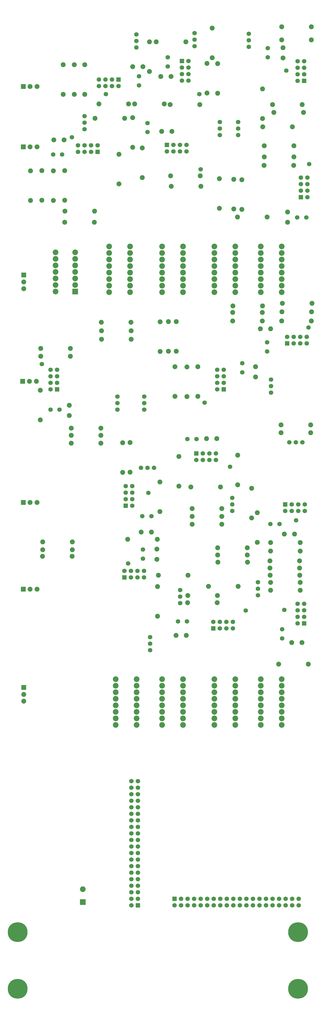
<source format=gts>
G04 ---------------------------- Layer name :TOP SOLDER LAYER*
G04 EasyEDA v5.8.16, Sun, 14 Oct 2018 04:50:05 GMT*
G04 5a396672bee444fbbd75647f7a64e84d*
G04 Gerber Generator version 0.2*
G04 Scale: 100 percent, Rotated: No, Reflected: No *
G04 Dimensions in millimeters *
G04 leading zeros omitted , absolute positions ,3 integer and 3 decimal *
%FSLAX33Y33*%
%MOMM*%
G90*
G71D02*

%ADD27C,1.903197*%
%ADD28R,1.903197X1.903197*%
%ADD29C,1.727200*%
%ADD30C,2.203196*%
%ADD31R,1.727200X1.727200*%
%ADD32R,2.203196X2.203196*%
%ADD33C,7.703185*%

%LPD*%
G54D27*
G01X12510Y159914D03*
G54D28*
G01X9839Y159914D03*
G54D27*
G01X15180Y159914D03*
G01X12256Y240686D03*
G54D28*
G01X9585Y240686D03*
G54D27*
G01X14926Y240686D03*
G01X12510Y355240D03*
G54D28*
G01X9839Y355240D03*
G54D27*
G01X15180Y355240D03*
G54D29*
G01X112014Y361442D03*
G01X78232Y352298D03*
G01X41910Y352298D03*
G01X120650Y261620D03*
G01X80264Y232410D03*
G01X17018Y247396D03*
G01X111252Y151892D03*
G01X96266Y151638D03*
G01X50546Y169926D03*
G54D30*
G01X110236Y124968D03*
G01X110236Y122428D03*
G01X110236Y119888D03*
G01X110236Y117348D03*
G01X110236Y114808D03*
G01X110236Y112268D03*
G01X110236Y109728D03*
G01X110236Y107188D03*
G01X102108Y107188D03*
G01X102108Y109728D03*
G01X102108Y112268D03*
G01X102108Y114808D03*
G01X102108Y117348D03*
G01X102108Y119888D03*
G01X102108Y122428D03*
G01X102108Y124968D03*
G01X71882Y124968D03*
G01X71882Y122428D03*
G01X71882Y119888D03*
G01X71882Y117348D03*
G01X71882Y114808D03*
G01X71882Y112268D03*
G01X71882Y109728D03*
G01X71882Y107188D03*
G01X63754Y107188D03*
G01X63754Y109728D03*
G01X63754Y112268D03*
G01X63754Y114808D03*
G01X63754Y117348D03*
G01X63754Y119888D03*
G01X63754Y122428D03*
G01X63754Y124968D03*
G01X71882Y293116D03*
G01X71882Y290576D03*
G01X71882Y288036D03*
G01X71882Y285496D03*
G01X71882Y282956D03*
G01X71882Y280416D03*
G01X71882Y277876D03*
G01X71882Y275336D03*
G01X63754Y275336D03*
G01X63754Y277876D03*
G01X63754Y280416D03*
G01X63754Y282956D03*
G01X63754Y285496D03*
G01X63754Y288036D03*
G01X63754Y290576D03*
G01X63754Y293116D03*
G01X110236Y293116D03*
G01X110236Y290576D03*
G01X110236Y288036D03*
G01X110236Y285496D03*
G01X110236Y282956D03*
G01X110236Y280416D03*
G01X110236Y277876D03*
G01X110236Y275336D03*
G01X102108Y275336D03*
G01X102108Y277876D03*
G01X102108Y280416D03*
G01X102108Y282956D03*
G01X102108Y285496D03*
G01X102108Y288036D03*
G01X102108Y290576D03*
G01X102108Y293116D03*
G54D29*
G01X91302Y147212D03*
G01X91302Y144672D03*
G01X88762Y147212D03*
G01X88762Y144672D03*
G01X86222Y147212D03*
G01X86222Y144672D03*
G01X83682Y147212D03*
G54D31*
G01X83682Y144670D03*
G54D29*
G01X56758Y167024D03*
G01X56758Y164484D03*
G01X54218Y167024D03*
G01X54218Y164484D03*
G01X51678Y167024D03*
G01X51678Y164484D03*
G01X49138Y167024D03*
G54D31*
G01X49138Y164482D03*
G54D29*
G01X120004Y257956D03*
G01X120004Y255416D03*
G01X117464Y257956D03*
G01X117464Y255416D03*
G01X114924Y257956D03*
G01X114924Y255416D03*
G01X112384Y257956D03*
G54D31*
G01X112384Y255414D03*
G54D29*
G01X39253Y355453D03*
G01X39253Y357993D03*
G01X41793Y355453D03*
G01X41793Y357993D03*
G01X44333Y355453D03*
G01X44333Y357993D03*
G01X46873Y355453D03*
G54D31*
G01X46873Y357992D03*
G54D29*
G01X116439Y365114D03*
G01X118979Y365114D03*
G01X116439Y362574D03*
G01X118979Y362574D03*
G01X116439Y360034D03*
G01X118979Y360034D03*
G01X116439Y357494D03*
G54D31*
G01X118981Y357494D03*
G54D29*
G01X74060Y357515D03*
G01X71520Y357515D03*
G01X74060Y360055D03*
G01X71520Y360055D03*
G01X74060Y362595D03*
G01X71520Y362595D03*
G01X74060Y365135D03*
G54D31*
G01X71521Y365135D03*
G54D27*
G01X110284Y378439D03*
G01X121784Y378439D03*
G01X61516Y372597D03*
G01X73016Y372597D03*
G01X29697Y363679D03*
G01X29697Y352179D03*
G01X110727Y370348D03*
G01X110744Y366348D03*
G54D29*
G01X104837Y370114D03*
G01X104837Y366613D03*
G54D27*
G01X63229Y359139D03*
G01X67229Y359156D03*
G54D29*
G01X65975Y366558D03*
G01X65975Y363057D03*
G54D27*
G01X52307Y362949D03*
G01X56307Y362966D03*
G54D29*
G01X54799Y359192D03*
G01X54799Y355691D03*
G54D27*
G01X33761Y363679D03*
G01X33761Y352179D03*
G01X81259Y364187D03*
G01X81259Y352687D03*
G01X110284Y373359D03*
G01X121784Y373359D03*
G01X106728Y348213D03*
G01X118228Y348213D03*
G01X85364Y352600D03*
G01X85364Y364100D03*
G01X50751Y348508D03*
G01X39251Y348508D03*
G01X110284Y264139D03*
G01X121784Y264139D03*
G01X77703Y246331D03*
G01X77703Y234831D03*
G01X28145Y250464D03*
G01X16645Y250464D03*
G01X105934Y261128D03*
G01X101934Y261112D03*
G54D29*
G01X104583Y255814D03*
G01X104583Y252313D03*
G54D27*
G01X100059Y246396D03*
G01X100076Y242396D03*
G54D29*
G01X94931Y247686D03*
G01X94931Y244185D03*
G54D27*
G01X27669Y231410D03*
G01X27686Y227410D03*
G54D29*
G01X23912Y229680D03*
G01X20411Y229680D03*
G54D27*
G01X110538Y270997D03*
G01X122038Y270997D03*
G01X68813Y246331D03*
G01X68813Y234831D03*
G01X28145Y253512D03*
G01X16645Y253512D03*
G01X121871Y267736D03*
G01X110371Y267736D03*
G01X73426Y234744D03*
G01X73426Y246244D03*
G01X16489Y237187D03*
G01X16489Y225687D03*
G01X105966Y159491D03*
G01X117466Y159491D03*
G01X81836Y161015D03*
G01X93336Y161015D03*
G01X73865Y165374D03*
G01X62365Y165374D03*
G01X73168Y142002D03*
G01X69168Y141986D03*
G54D29*
G01X73442Y147384D03*
G01X69941Y147384D03*
G54D27*
G01X61705Y175530D03*
G01X61722Y171530D03*
G54D29*
G01X56323Y175296D03*
G01X56323Y171795D03*
G54D27*
G01X105966Y162539D03*
G01X117466Y162539D03*
G01X73708Y154665D03*
G01X85208Y154665D03*
G01X61927Y179344D03*
G01X50427Y179344D03*
G01X120601Y130830D03*
G01X109101Y130830D03*
G01X85295Y157500D03*
G01X73795Y157500D03*
G01X61996Y149400D03*
G01X61996Y160900D03*
G01X118126Y139208D03*
G01X114126Y139192D03*
G54D29*
G01X110425Y144308D03*
G01X110425Y140807D03*
G01X116439Y154294D03*
G01X118979Y154294D03*
G01X116439Y151754D03*
G01X118979Y151754D03*
G01X116439Y149214D03*
G01X118979Y149214D03*
G01X116439Y146674D03*
G54D31*
G01X118981Y146674D03*
G54D29*
G01X85197Y245226D03*
G01X87737Y245226D03*
G01X85197Y242686D03*
G01X87737Y242686D03*
G01X85197Y240146D03*
G01X87737Y240146D03*
G01X85197Y237606D03*
G54D31*
G01X87739Y237606D03*
G54D29*
G01X20427Y245226D03*
G01X22967Y245226D03*
G01X20427Y242686D03*
G01X22967Y242686D03*
G01X20427Y240146D03*
G01X22967Y240146D03*
G01X20427Y237606D03*
G54D31*
G01X22969Y237606D03*
G54D29*
G01X101019Y162628D03*
G01X101019Y160088D03*
G01X101019Y157548D03*
G01X70793Y159580D03*
G01X70793Y157040D03*
G01X70793Y154500D03*
G01X59109Y141292D03*
G01X59109Y138752D03*
G01X59109Y136212D03*
G54D27*
G01X102849Y354281D03*
G01X102849Y342781D03*
G01X78437Y348254D03*
G01X66937Y348254D03*
G01X49227Y342920D03*
G01X37727Y342920D03*
G01X102918Y339577D03*
G01X114418Y339577D03*
G01X83291Y377903D03*
G01X83291Y366403D03*
G01X53134Y348467D03*
G01X64634Y348467D03*
G01X107236Y345165D03*
G01X118736Y345165D03*
G01X58907Y372569D03*
G01X58907Y361069D03*
G01X25379Y363679D03*
G01X25379Y352179D03*
G01X102821Y270022D03*
G01X91321Y270022D03*
G01X63012Y252270D03*
G01X63012Y263770D03*
G01X40180Y263631D03*
G01X51680Y263631D03*
G01X91234Y267441D03*
G01X102734Y267441D03*
G01X66273Y263857D03*
G01X66273Y252357D03*
G01X51767Y260370D03*
G01X40267Y260370D03*
G01X91234Y264139D03*
G01X102734Y264139D03*
G01X69321Y263857D03*
G01X69321Y252357D03*
G01X51767Y257068D03*
G01X40267Y257068D03*
G54D29*
G01X46409Y234764D03*
G01X46409Y232224D03*
G01X46409Y229684D03*
G01X97463Y375734D03*
G01X97463Y373194D03*
G01X97463Y370654D03*
G01X76381Y375988D03*
G01X76381Y373448D03*
G01X76381Y370908D03*
G01X106099Y241368D03*
G01X106099Y238828D03*
G01X106099Y236288D03*
G01X53775Y375480D03*
G01X53775Y372940D03*
G01X53775Y370400D03*
G01X56823Y234764D03*
G01X56823Y232224D03*
G01X56823Y229684D03*
G54D27*
G01X117299Y165374D03*
G01X105799Y165374D03*
G01X96979Y170454D03*
G01X85479Y170454D03*
G01X17320Y172699D03*
G01X28820Y172699D03*
G01X105712Y168127D03*
G01X117212Y168127D03*
G01X85392Y173207D03*
G01X96892Y173207D03*
G01X28907Y175280D03*
G01X17407Y175280D03*
G01X105712Y170921D03*
G01X117212Y170921D03*
G01X85392Y176001D03*
G01X96892Y176001D03*
G01X28907Y178328D03*
G01X17407Y178328D03*
G01X12510Y193653D03*
G54D28*
G01X9839Y193653D03*
G54D27*
G01X15180Y193653D03*
G01X12510Y331829D03*
G54D28*
G01X9839Y331829D03*
G54D27*
G01X15180Y331829D03*
G54D32*
G01X32939Y38314D03*
G54D30*
G01X32939Y43314D03*
G54D31*
G01X68580Y39624D03*
G54D29*
G01X68580Y37084D03*
G01X71120Y39624D03*
G01X71120Y37084D03*
G01X73660Y39624D03*
G01X73660Y37084D03*
G01X76200Y39624D03*
G01X76200Y37084D03*
G01X78740Y39624D03*
G01X78740Y37084D03*
G01X81280Y39624D03*
G01X81280Y37084D03*
G01X83820Y39624D03*
G01X83820Y37084D03*
G01X86360Y39624D03*
G01X86360Y37084D03*
G01X88900Y39624D03*
G01X88900Y37084D03*
G01X91440Y39624D03*
G01X91440Y37084D03*
G01X93980Y39624D03*
G01X93980Y37084D03*
G01X96520Y39624D03*
G01X96520Y37084D03*
G01X99060Y39624D03*
G01X99060Y37084D03*
G01X101600Y39624D03*
G01X101600Y37084D03*
G01X104140Y39624D03*
G01X104140Y37084D03*
G01X106680Y39624D03*
G01X106680Y37084D03*
G01X109220Y39624D03*
G01X109220Y37084D03*
G01X111760Y39624D03*
G01X111760Y37084D03*
G01X114300Y39624D03*
G01X114300Y37084D03*
G01X116840Y39624D03*
G01X116840Y37084D03*
G01X58420Y197358D03*
G01X90170Y207518D03*
G01X115824Y186690D03*
G01X28702Y335534D03*
G01X78740Y323088D03*
G01X120904Y325120D03*
G54D31*
G01X54356Y37084D03*
G54D29*
G01X51816Y37084D03*
G01X54356Y39624D03*
G01X51816Y39624D03*
G01X54356Y42164D03*
G01X51816Y42164D03*
G01X54356Y44704D03*
G01X51816Y44704D03*
G01X54356Y47244D03*
G01X51816Y47244D03*
G01X54356Y49784D03*
G01X51816Y49784D03*
G01X54356Y52324D03*
G01X51816Y52324D03*
G01X54356Y54864D03*
G01X51816Y54864D03*
G01X54356Y57404D03*
G01X51816Y57404D03*
G01X54356Y59944D03*
G01X51816Y59944D03*
G01X54356Y62484D03*
G01X51816Y62484D03*
G01X54356Y65024D03*
G01X51816Y65024D03*
G01X54356Y67564D03*
G01X51816Y67564D03*
G01X54356Y70104D03*
G01X51816Y70104D03*
G01X54356Y72644D03*
G01X51816Y72644D03*
G01X54356Y75184D03*
G01X51816Y75184D03*
G01X54356Y77724D03*
G01X51816Y77724D03*
G01X54356Y80264D03*
G01X51816Y80264D03*
G01X54356Y82804D03*
G01X51816Y82804D03*
G01X54356Y85344D03*
G01X51816Y85344D03*
G54D27*
G01X10011Y119061D03*
G54D28*
G01X10011Y121732D03*
G54D27*
G01X10011Y116391D03*
G01X10011Y279335D03*
G54D28*
G01X10011Y282006D03*
G54D27*
G01X10011Y276665D03*
G54D30*
G01X45720Y124968D03*
G01X45720Y122428D03*
G01X45720Y119888D03*
G01X45720Y117348D03*
G01X45720Y114808D03*
G01X45720Y112268D03*
G01X45720Y109728D03*
G01X45720Y107188D03*
G01X53848Y107188D03*
G01X53848Y109728D03*
G01X53848Y112268D03*
G01X53848Y114808D03*
G01X53848Y117348D03*
G01X53848Y119888D03*
G01X53848Y122428D03*
G01X53848Y124968D03*
G01X84074Y124968D03*
G01X84074Y122428D03*
G01X84074Y119888D03*
G01X84074Y117348D03*
G01X84074Y114808D03*
G01X84074Y112268D03*
G01X84074Y109728D03*
G01X84074Y107188D03*
G01X92202Y107188D03*
G01X92202Y109728D03*
G01X92202Y112268D03*
G01X92202Y114808D03*
G01X92202Y117348D03*
G01X92202Y119888D03*
G01X92202Y122428D03*
G01X92202Y124968D03*
G54D32*
G01X29972Y275590D03*
G54D30*
G01X29972Y278130D03*
G01X29972Y280670D03*
G01X29972Y283210D03*
G01X29972Y285750D03*
G01X29972Y288290D03*
G01X29972Y290830D03*
G01X22352Y290830D03*
G01X22352Y288290D03*
G01X22352Y285750D03*
G01X22352Y283210D03*
G01X22352Y280670D03*
G01X22352Y278130D03*
G01X22352Y275590D03*
G01X84074Y293116D03*
G01X84074Y290576D03*
G01X84074Y288036D03*
G01X84074Y285496D03*
G01X84074Y282956D03*
G01X84074Y280416D03*
G01X84074Y277876D03*
G01X84074Y275336D03*
G01X92202Y275336D03*
G01X92202Y277876D03*
G01X92202Y280416D03*
G01X92202Y282956D03*
G01X92202Y285496D03*
G01X92202Y288036D03*
G01X92202Y290576D03*
G01X92202Y293116D03*
G01X43180Y293116D03*
G01X43180Y290576D03*
G01X43180Y288036D03*
G01X43180Y285496D03*
G01X43180Y282956D03*
G01X43180Y280416D03*
G01X43180Y277876D03*
G01X43180Y275336D03*
G01X51308Y275336D03*
G01X51308Y277876D03*
G01X51308Y280416D03*
G01X51308Y282956D03*
G01X51308Y285496D03*
G01X51308Y288036D03*
G01X51308Y290576D03*
G01X51308Y293116D03*
G54D29*
G01X55557Y207082D03*
G01X58097Y207082D03*
G01X60637Y207082D03*
G01X91004Y195394D03*
G01X91004Y192854D03*
G01X91004Y190314D03*
G54D27*
G01X28496Y222524D03*
G01X39996Y222524D03*
G01X75486Y191282D03*
G01X86986Y191282D03*
G01X110030Y220746D03*
G01X121530Y220746D03*
G01X37543Y306811D03*
G01X26043Y306811D03*
G01X56113Y319834D03*
G01X56113Y331334D03*
G01X94762Y318975D03*
G01X94762Y307475D03*
G01X28496Y219730D03*
G01X39996Y219730D03*
G01X75486Y188234D03*
G01X86986Y188234D03*
G01X110030Y223794D03*
G01X121530Y223794D03*
G01X25956Y302534D03*
G01X37456Y302534D03*
G01X86085Y307896D03*
G01X86085Y319396D03*
G01X91673Y307642D03*
G01X91673Y319142D03*
G01X100817Y178102D03*
G01X100817Y189602D03*
G01X75486Y185186D03*
G01X86986Y185186D03*
G01X28496Y216682D03*
G01X39996Y216682D03*
G01X104599Y304525D03*
G01X93099Y304525D03*
G01X47010Y328881D03*
G01X47010Y317381D03*
G01X12679Y310944D03*
G01X12679Y322444D03*
G01X51328Y216867D03*
G01X51328Y205367D03*
G01X70337Y199946D03*
G01X70337Y211446D03*
G01X105966Y174772D03*
G01X117466Y174772D03*
G01X25928Y322531D03*
G01X25928Y311031D03*
G01X52344Y343105D03*
G01X52344Y331605D03*
G01X115013Y332211D03*
G01X103513Y332211D03*
G01X81009Y218456D03*
G01X85009Y218440D03*
G01X111235Y181372D03*
G01X115235Y181356D03*
G01X25670Y334501D03*
G01X21670Y334518D03*
G54D29*
G01X24928Y328865D03*
G01X21427Y328865D03*
G54D27*
G01X67580Y337803D03*
G01X63580Y337820D03*
G54D29*
G01X58101Y337529D03*
G01X58101Y341030D03*
G54D27*
G01X112505Y302497D03*
G01X112522Y306497D03*
G54D29*
G01X116295Y304356D03*
G01X119796Y304356D03*
G54D27*
G01X105966Y178074D03*
G01X117466Y178074D03*
G01X93197Y200454D03*
G01X93197Y211954D03*
G01X62971Y190040D03*
G01X62971Y201540D03*
G01X17038Y322531D03*
G01X17038Y311031D03*
G01X67104Y320568D03*
G01X78604Y320568D03*
G01X115013Y327893D03*
G01X103513Y327893D03*
G54D29*
G01X52216Y200014D03*
G01X49676Y200014D03*
G01X52216Y197474D03*
G01X49676Y197474D03*
G01X52216Y194934D03*
G01X49676Y194934D03*
G01X52216Y192394D03*
G54D31*
G01X49677Y192394D03*
G54D29*
G01X119242Y190353D03*
G01X119242Y192893D03*
G01X116702Y190353D03*
G01X116702Y192893D03*
G01X114162Y190353D03*
G01X114162Y192893D03*
G01X111622Y190353D03*
G54D31*
G01X111622Y192892D03*
G54D29*
G01X31125Y332378D03*
G01X31125Y329838D03*
G01X33665Y332378D03*
G01X33665Y329838D03*
G01X36205Y332378D03*
G01X36205Y329838D03*
G01X38745Y332378D03*
G54D31*
G01X38745Y329836D03*
G54D29*
G01X73268Y330053D03*
G01X73268Y332593D03*
G01X70728Y330053D03*
G01X70728Y332593D03*
G01X68188Y330053D03*
G01X68188Y332593D03*
G01X65648Y330053D03*
G54D31*
G01X65648Y332592D03*
G54D29*
G01X120288Y319902D03*
G01X117748Y319902D03*
G01X120288Y317362D03*
G01X117748Y317362D03*
G01X120288Y314822D03*
G01X117748Y314822D03*
G01X120288Y312282D03*
G54D31*
G01X117749Y312282D03*
G54D29*
G01X84698Y210165D03*
G01X84698Y212705D03*
G01X82158Y210165D03*
G01X82158Y212705D03*
G01X79618Y210165D03*
G01X79618Y212705D03*
G01X77078Y210165D03*
G54D31*
G01X77078Y212704D03*
G54D27*
G01X48493Y205280D03*
G01X48493Y216780D03*
G01X74978Y199664D03*
G01X86478Y199664D03*
G01X98572Y199087D03*
G01X98572Y187587D03*
G01X21569Y310944D03*
G01X21569Y322444D03*
G01X67358Y316504D03*
G01X78858Y316504D03*
G01X103426Y324632D03*
G01X114926Y324632D03*
G01X55609Y182134D03*
G01X59609Y182118D03*
G54D29*
G01X33600Y343730D03*
G01X33600Y341190D03*
G01X33600Y338650D03*
G01X86178Y341444D03*
G01X86178Y338904D03*
G01X86178Y336364D03*
G01X93290Y341444D03*
G01X93290Y338904D03*
G01X93290Y336364D03*
G01X113215Y216988D03*
G01X115755Y216988D03*
G01X118295Y216988D03*
G01X73623Y218250D03*
G01X77124Y218250D03*
G01X109382Y185230D03*
G01X105881Y185230D03*
G01X56097Y188278D03*
G01X59598Y188278D03*
G54D33*
G01X116586Y26670D03*
G01X116586Y4670D03*
G01X7620Y26670D03*
G01X7620Y4670D03*
M00*
M02*

</source>
